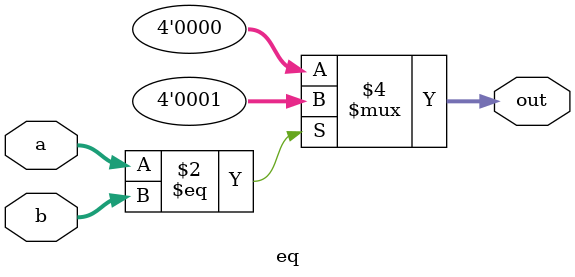
<source format=v>
module alu(
	input [10:0]sw,
	output reg [15:0]ledr);
	wire [3:0] op;
	reg [3:0] out1,out0,out2,out3;
	reg overflow1,overflow0;
	//A:sw[3:0] B:sw[7:4] select:sw[10:8] out:ledr[3:0] overflow:ledr[4]
	assign op=~sw[7:4];
	adre u1(sw[3:0],op,1,out1,overflow1);// -
	adre u0(sw[3:0],sw[7:4],0,out0,overflow0);// +
	cp u3(sw[3:0],sw[7:4],out2);//<
	eq u4(sw[3:0],sw[7:4],out3);//==
	always @(*)
	begin
		case(sw[10:8])
		3'b000:begin ledr[3:0]=out0;ledr[4]=overflow0; end// +
		3'b001:begin ledr[3:0]=out1;ledr[4]=overflow1; end// -
		3'b010:ledr[3:0]=~sw[3:0];
		3'b011:ledr[3:0]=sw[3:0]&sw[7:4];
		3'b100:ledr[3:0]=sw[3:0]|sw[7:4];
		3'b101:ledr[3:0]=sw[3:0]^sw[7:4];
		3'b110:ledr[3:0]=out2;
		3'b111:ledr[3:0]=out3;
		default : ledr[4:0]=0;
		endcase
		
	end
endmodule

module adre(
	input [3:0] a,b,cin,
	output [3:0]sum,
	output cout);
	assign {cout,sum}=a+b+cin;
endmodule

module cp(
	input [3:0] a,b,
	output reg [3:0] out);
	always @(*)
	begin
	if(a<b)
	out=1;
	else
	out=0;
	end
endmodule
module eq(
	input [3:0] a,b,
	output reg [3:0] out);
	always @(*)
	begin
	if(a==b)
	out=1;
	else
	out=0;
	end
endmodule


</source>
